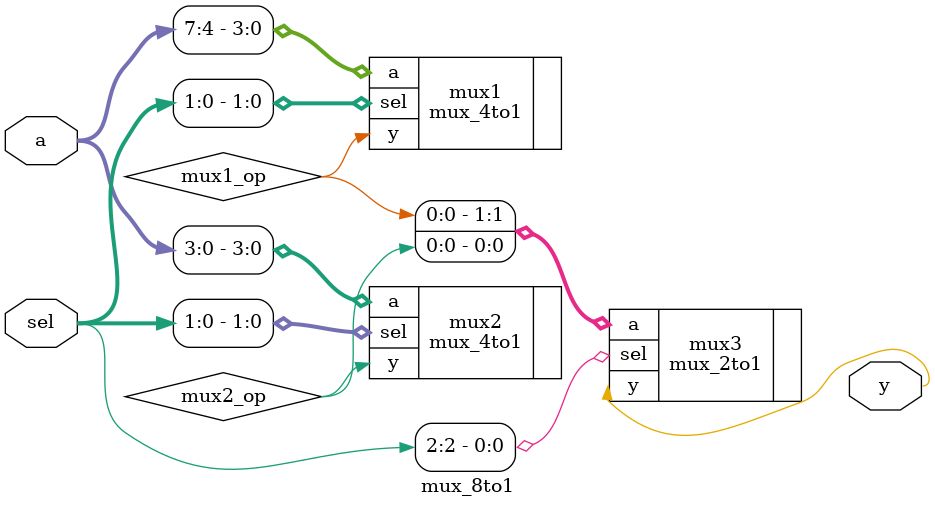
<source format=v>
`include "mux_4to1.v"

module mux_8to1 (
    input [7:0] a,
    input [2:0] sel,
    output y
);
  wire mux1_op, mux2_op;
  mux_4to1 mux1 (
      .a  (a[7:4]),
      .sel(sel[1:0]),
      .y  (mux1_op)
  );
  mux_4to1 mux2 (
      .a  (a[3:0]),
      .sel(sel[1:0]),
      .y  (mux2_op)
  );
  mux_2to1 mux3 (
      .a  ({mux1_op, mux2_op}),
      .sel(sel[2]),
      .y  (y)
  );
endmodule

</source>
